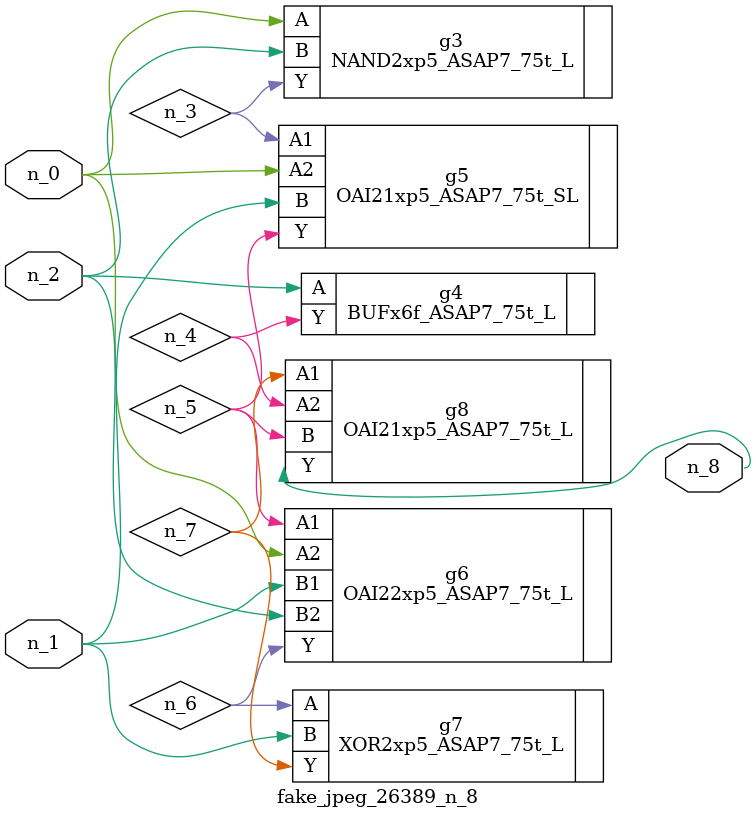
<source format=v>
module fake_jpeg_26389_n_8 (n_0, n_2, n_1, n_8);

input n_0;
input n_2;
input n_1;

output n_8;

wire n_3;
wire n_4;
wire n_6;
wire n_5;
wire n_7;

NAND2xp5_ASAP7_75t_L g3 ( 
.A(n_0),
.B(n_2),
.Y(n_3)
);

BUFx6f_ASAP7_75t_L g4 ( 
.A(n_2),
.Y(n_4)
);

OAI21xp5_ASAP7_75t_SL g5 ( 
.A1(n_3),
.A2(n_0),
.B(n_1),
.Y(n_5)
);

OAI22xp5_ASAP7_75t_L g6 ( 
.A1(n_5),
.A2(n_0),
.B1(n_1),
.B2(n_2),
.Y(n_6)
);

XOR2xp5_ASAP7_75t_L g7 ( 
.A(n_6),
.B(n_1),
.Y(n_7)
);

OAI21xp5_ASAP7_75t_L g8 ( 
.A1(n_7),
.A2(n_4),
.B(n_5),
.Y(n_8)
);


endmodule
</source>
